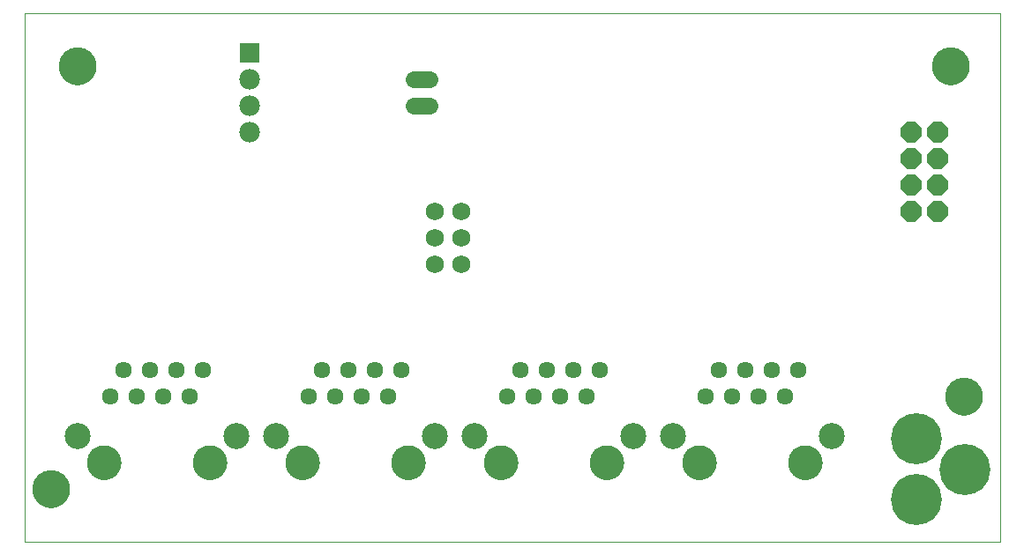
<source format=gbs>
G75*
%MOIN*%
%OFA0B0*%
%FSLAX25Y25*%
%IPPOS*%
%LPD*%
%AMOC8*
5,1,8,0,0,1.08239X$1,22.5*
%
%ADD10C,0.00000*%
%ADD11C,0.14180*%
%ADD12C,0.06800*%
%ADD13C,0.06400*%
%ADD14C,0.06337*%
%ADD15C,0.09849*%
%ADD16C,0.12998*%
%ADD17C,0.19298*%
%ADD18OC8,0.07800*%
%ADD19R,0.07800X0.07800*%
%ADD20C,0.07800*%
D10*
X0006300Y0016250D02*
X0006300Y0216211D01*
X0375001Y0216211D01*
X0375001Y0016250D01*
X0006300Y0016250D01*
X0009410Y0036250D02*
X0009412Y0036419D01*
X0009418Y0036588D01*
X0009429Y0036757D01*
X0009443Y0036925D01*
X0009462Y0037093D01*
X0009485Y0037261D01*
X0009511Y0037428D01*
X0009542Y0037594D01*
X0009577Y0037760D01*
X0009616Y0037924D01*
X0009660Y0038088D01*
X0009707Y0038250D01*
X0009758Y0038411D01*
X0009813Y0038571D01*
X0009872Y0038730D01*
X0009934Y0038887D01*
X0010001Y0039042D01*
X0010072Y0039196D01*
X0010146Y0039348D01*
X0010224Y0039498D01*
X0010305Y0039646D01*
X0010390Y0039792D01*
X0010479Y0039936D01*
X0010571Y0040078D01*
X0010667Y0040217D01*
X0010766Y0040354D01*
X0010868Y0040489D01*
X0010974Y0040621D01*
X0011083Y0040750D01*
X0011195Y0040877D01*
X0011310Y0041001D01*
X0011428Y0041122D01*
X0011549Y0041240D01*
X0011673Y0041355D01*
X0011800Y0041467D01*
X0011929Y0041576D01*
X0012061Y0041682D01*
X0012196Y0041784D01*
X0012333Y0041883D01*
X0012472Y0041979D01*
X0012614Y0042071D01*
X0012758Y0042160D01*
X0012904Y0042245D01*
X0013052Y0042326D01*
X0013202Y0042404D01*
X0013354Y0042478D01*
X0013508Y0042549D01*
X0013663Y0042616D01*
X0013820Y0042678D01*
X0013979Y0042737D01*
X0014139Y0042792D01*
X0014300Y0042843D01*
X0014462Y0042890D01*
X0014626Y0042934D01*
X0014790Y0042973D01*
X0014956Y0043008D01*
X0015122Y0043039D01*
X0015289Y0043065D01*
X0015457Y0043088D01*
X0015625Y0043107D01*
X0015793Y0043121D01*
X0015962Y0043132D01*
X0016131Y0043138D01*
X0016300Y0043140D01*
X0016469Y0043138D01*
X0016638Y0043132D01*
X0016807Y0043121D01*
X0016975Y0043107D01*
X0017143Y0043088D01*
X0017311Y0043065D01*
X0017478Y0043039D01*
X0017644Y0043008D01*
X0017810Y0042973D01*
X0017974Y0042934D01*
X0018138Y0042890D01*
X0018300Y0042843D01*
X0018461Y0042792D01*
X0018621Y0042737D01*
X0018780Y0042678D01*
X0018937Y0042616D01*
X0019092Y0042549D01*
X0019246Y0042478D01*
X0019398Y0042404D01*
X0019548Y0042326D01*
X0019696Y0042245D01*
X0019842Y0042160D01*
X0019986Y0042071D01*
X0020128Y0041979D01*
X0020267Y0041883D01*
X0020404Y0041784D01*
X0020539Y0041682D01*
X0020671Y0041576D01*
X0020800Y0041467D01*
X0020927Y0041355D01*
X0021051Y0041240D01*
X0021172Y0041122D01*
X0021290Y0041001D01*
X0021405Y0040877D01*
X0021517Y0040750D01*
X0021626Y0040621D01*
X0021732Y0040489D01*
X0021834Y0040354D01*
X0021933Y0040217D01*
X0022029Y0040078D01*
X0022121Y0039936D01*
X0022210Y0039792D01*
X0022295Y0039646D01*
X0022376Y0039498D01*
X0022454Y0039348D01*
X0022528Y0039196D01*
X0022599Y0039042D01*
X0022666Y0038887D01*
X0022728Y0038730D01*
X0022787Y0038571D01*
X0022842Y0038411D01*
X0022893Y0038250D01*
X0022940Y0038088D01*
X0022984Y0037924D01*
X0023023Y0037760D01*
X0023058Y0037594D01*
X0023089Y0037428D01*
X0023115Y0037261D01*
X0023138Y0037093D01*
X0023157Y0036925D01*
X0023171Y0036757D01*
X0023182Y0036588D01*
X0023188Y0036419D01*
X0023190Y0036250D01*
X0023188Y0036081D01*
X0023182Y0035912D01*
X0023171Y0035743D01*
X0023157Y0035575D01*
X0023138Y0035407D01*
X0023115Y0035239D01*
X0023089Y0035072D01*
X0023058Y0034906D01*
X0023023Y0034740D01*
X0022984Y0034576D01*
X0022940Y0034412D01*
X0022893Y0034250D01*
X0022842Y0034089D01*
X0022787Y0033929D01*
X0022728Y0033770D01*
X0022666Y0033613D01*
X0022599Y0033458D01*
X0022528Y0033304D01*
X0022454Y0033152D01*
X0022376Y0033002D01*
X0022295Y0032854D01*
X0022210Y0032708D01*
X0022121Y0032564D01*
X0022029Y0032422D01*
X0021933Y0032283D01*
X0021834Y0032146D01*
X0021732Y0032011D01*
X0021626Y0031879D01*
X0021517Y0031750D01*
X0021405Y0031623D01*
X0021290Y0031499D01*
X0021172Y0031378D01*
X0021051Y0031260D01*
X0020927Y0031145D01*
X0020800Y0031033D01*
X0020671Y0030924D01*
X0020539Y0030818D01*
X0020404Y0030716D01*
X0020267Y0030617D01*
X0020128Y0030521D01*
X0019986Y0030429D01*
X0019842Y0030340D01*
X0019696Y0030255D01*
X0019548Y0030174D01*
X0019398Y0030096D01*
X0019246Y0030022D01*
X0019092Y0029951D01*
X0018937Y0029884D01*
X0018780Y0029822D01*
X0018621Y0029763D01*
X0018461Y0029708D01*
X0018300Y0029657D01*
X0018138Y0029610D01*
X0017974Y0029566D01*
X0017810Y0029527D01*
X0017644Y0029492D01*
X0017478Y0029461D01*
X0017311Y0029435D01*
X0017143Y0029412D01*
X0016975Y0029393D01*
X0016807Y0029379D01*
X0016638Y0029368D01*
X0016469Y0029362D01*
X0016300Y0029360D01*
X0016131Y0029362D01*
X0015962Y0029368D01*
X0015793Y0029379D01*
X0015625Y0029393D01*
X0015457Y0029412D01*
X0015289Y0029435D01*
X0015122Y0029461D01*
X0014956Y0029492D01*
X0014790Y0029527D01*
X0014626Y0029566D01*
X0014462Y0029610D01*
X0014300Y0029657D01*
X0014139Y0029708D01*
X0013979Y0029763D01*
X0013820Y0029822D01*
X0013663Y0029884D01*
X0013508Y0029951D01*
X0013354Y0030022D01*
X0013202Y0030096D01*
X0013052Y0030174D01*
X0012904Y0030255D01*
X0012758Y0030340D01*
X0012614Y0030429D01*
X0012472Y0030521D01*
X0012333Y0030617D01*
X0012196Y0030716D01*
X0012061Y0030818D01*
X0011929Y0030924D01*
X0011800Y0031033D01*
X0011673Y0031145D01*
X0011549Y0031260D01*
X0011428Y0031378D01*
X0011310Y0031499D01*
X0011195Y0031623D01*
X0011083Y0031750D01*
X0010974Y0031879D01*
X0010868Y0032011D01*
X0010766Y0032146D01*
X0010667Y0032283D01*
X0010571Y0032422D01*
X0010479Y0032564D01*
X0010390Y0032708D01*
X0010305Y0032854D01*
X0010224Y0033002D01*
X0010146Y0033152D01*
X0010072Y0033304D01*
X0010001Y0033458D01*
X0009934Y0033613D01*
X0009872Y0033770D01*
X0009813Y0033929D01*
X0009758Y0034089D01*
X0009707Y0034250D01*
X0009660Y0034412D01*
X0009616Y0034576D01*
X0009577Y0034740D01*
X0009542Y0034906D01*
X0009511Y0035072D01*
X0009485Y0035239D01*
X0009462Y0035407D01*
X0009443Y0035575D01*
X0009429Y0035743D01*
X0009418Y0035912D01*
X0009412Y0036081D01*
X0009410Y0036250D01*
X0030001Y0046250D02*
X0030003Y0046408D01*
X0030009Y0046566D01*
X0030019Y0046724D01*
X0030033Y0046882D01*
X0030051Y0047039D01*
X0030072Y0047196D01*
X0030098Y0047352D01*
X0030128Y0047508D01*
X0030161Y0047663D01*
X0030199Y0047816D01*
X0030240Y0047969D01*
X0030285Y0048121D01*
X0030334Y0048272D01*
X0030387Y0048421D01*
X0030443Y0048569D01*
X0030503Y0048715D01*
X0030567Y0048860D01*
X0030635Y0049003D01*
X0030706Y0049145D01*
X0030780Y0049285D01*
X0030858Y0049422D01*
X0030940Y0049558D01*
X0031024Y0049692D01*
X0031113Y0049823D01*
X0031204Y0049952D01*
X0031299Y0050079D01*
X0031396Y0050204D01*
X0031497Y0050326D01*
X0031601Y0050445D01*
X0031708Y0050562D01*
X0031818Y0050676D01*
X0031931Y0050787D01*
X0032046Y0050896D01*
X0032164Y0051001D01*
X0032285Y0051103D01*
X0032408Y0051203D01*
X0032534Y0051299D01*
X0032662Y0051392D01*
X0032792Y0051482D01*
X0032925Y0051568D01*
X0033060Y0051652D01*
X0033196Y0051731D01*
X0033335Y0051808D01*
X0033476Y0051880D01*
X0033618Y0051950D01*
X0033762Y0052015D01*
X0033908Y0052077D01*
X0034055Y0052135D01*
X0034204Y0052190D01*
X0034354Y0052241D01*
X0034505Y0052288D01*
X0034657Y0052331D01*
X0034810Y0052370D01*
X0034965Y0052406D01*
X0035120Y0052437D01*
X0035276Y0052465D01*
X0035432Y0052489D01*
X0035589Y0052509D01*
X0035747Y0052525D01*
X0035904Y0052537D01*
X0036063Y0052545D01*
X0036221Y0052549D01*
X0036379Y0052549D01*
X0036537Y0052545D01*
X0036696Y0052537D01*
X0036853Y0052525D01*
X0037011Y0052509D01*
X0037168Y0052489D01*
X0037324Y0052465D01*
X0037480Y0052437D01*
X0037635Y0052406D01*
X0037790Y0052370D01*
X0037943Y0052331D01*
X0038095Y0052288D01*
X0038246Y0052241D01*
X0038396Y0052190D01*
X0038545Y0052135D01*
X0038692Y0052077D01*
X0038838Y0052015D01*
X0038982Y0051950D01*
X0039124Y0051880D01*
X0039265Y0051808D01*
X0039404Y0051731D01*
X0039540Y0051652D01*
X0039675Y0051568D01*
X0039808Y0051482D01*
X0039938Y0051392D01*
X0040066Y0051299D01*
X0040192Y0051203D01*
X0040315Y0051103D01*
X0040436Y0051001D01*
X0040554Y0050896D01*
X0040669Y0050787D01*
X0040782Y0050676D01*
X0040892Y0050562D01*
X0040999Y0050445D01*
X0041103Y0050326D01*
X0041204Y0050204D01*
X0041301Y0050079D01*
X0041396Y0049952D01*
X0041487Y0049823D01*
X0041576Y0049692D01*
X0041660Y0049558D01*
X0041742Y0049422D01*
X0041820Y0049285D01*
X0041894Y0049145D01*
X0041965Y0049003D01*
X0042033Y0048860D01*
X0042097Y0048715D01*
X0042157Y0048569D01*
X0042213Y0048421D01*
X0042266Y0048272D01*
X0042315Y0048121D01*
X0042360Y0047969D01*
X0042401Y0047816D01*
X0042439Y0047663D01*
X0042472Y0047508D01*
X0042502Y0047352D01*
X0042528Y0047196D01*
X0042549Y0047039D01*
X0042567Y0046882D01*
X0042581Y0046724D01*
X0042591Y0046566D01*
X0042597Y0046408D01*
X0042599Y0046250D01*
X0042597Y0046092D01*
X0042591Y0045934D01*
X0042581Y0045776D01*
X0042567Y0045618D01*
X0042549Y0045461D01*
X0042528Y0045304D01*
X0042502Y0045148D01*
X0042472Y0044992D01*
X0042439Y0044837D01*
X0042401Y0044684D01*
X0042360Y0044531D01*
X0042315Y0044379D01*
X0042266Y0044228D01*
X0042213Y0044079D01*
X0042157Y0043931D01*
X0042097Y0043785D01*
X0042033Y0043640D01*
X0041965Y0043497D01*
X0041894Y0043355D01*
X0041820Y0043215D01*
X0041742Y0043078D01*
X0041660Y0042942D01*
X0041576Y0042808D01*
X0041487Y0042677D01*
X0041396Y0042548D01*
X0041301Y0042421D01*
X0041204Y0042296D01*
X0041103Y0042174D01*
X0040999Y0042055D01*
X0040892Y0041938D01*
X0040782Y0041824D01*
X0040669Y0041713D01*
X0040554Y0041604D01*
X0040436Y0041499D01*
X0040315Y0041397D01*
X0040192Y0041297D01*
X0040066Y0041201D01*
X0039938Y0041108D01*
X0039808Y0041018D01*
X0039675Y0040932D01*
X0039540Y0040848D01*
X0039404Y0040769D01*
X0039265Y0040692D01*
X0039124Y0040620D01*
X0038982Y0040550D01*
X0038838Y0040485D01*
X0038692Y0040423D01*
X0038545Y0040365D01*
X0038396Y0040310D01*
X0038246Y0040259D01*
X0038095Y0040212D01*
X0037943Y0040169D01*
X0037790Y0040130D01*
X0037635Y0040094D01*
X0037480Y0040063D01*
X0037324Y0040035D01*
X0037168Y0040011D01*
X0037011Y0039991D01*
X0036853Y0039975D01*
X0036696Y0039963D01*
X0036537Y0039955D01*
X0036379Y0039951D01*
X0036221Y0039951D01*
X0036063Y0039955D01*
X0035904Y0039963D01*
X0035747Y0039975D01*
X0035589Y0039991D01*
X0035432Y0040011D01*
X0035276Y0040035D01*
X0035120Y0040063D01*
X0034965Y0040094D01*
X0034810Y0040130D01*
X0034657Y0040169D01*
X0034505Y0040212D01*
X0034354Y0040259D01*
X0034204Y0040310D01*
X0034055Y0040365D01*
X0033908Y0040423D01*
X0033762Y0040485D01*
X0033618Y0040550D01*
X0033476Y0040620D01*
X0033335Y0040692D01*
X0033196Y0040769D01*
X0033060Y0040848D01*
X0032925Y0040932D01*
X0032792Y0041018D01*
X0032662Y0041108D01*
X0032534Y0041201D01*
X0032408Y0041297D01*
X0032285Y0041397D01*
X0032164Y0041499D01*
X0032046Y0041604D01*
X0031931Y0041713D01*
X0031818Y0041824D01*
X0031708Y0041938D01*
X0031601Y0042055D01*
X0031497Y0042174D01*
X0031396Y0042296D01*
X0031299Y0042421D01*
X0031204Y0042548D01*
X0031113Y0042677D01*
X0031024Y0042808D01*
X0030940Y0042942D01*
X0030858Y0043078D01*
X0030780Y0043215D01*
X0030706Y0043355D01*
X0030635Y0043497D01*
X0030567Y0043640D01*
X0030503Y0043785D01*
X0030443Y0043931D01*
X0030387Y0044079D01*
X0030334Y0044228D01*
X0030285Y0044379D01*
X0030240Y0044531D01*
X0030199Y0044684D01*
X0030161Y0044837D01*
X0030128Y0044992D01*
X0030098Y0045148D01*
X0030072Y0045304D01*
X0030051Y0045461D01*
X0030033Y0045618D01*
X0030019Y0045776D01*
X0030009Y0045934D01*
X0030003Y0046092D01*
X0030001Y0046250D01*
X0070001Y0046250D02*
X0070003Y0046408D01*
X0070009Y0046566D01*
X0070019Y0046724D01*
X0070033Y0046882D01*
X0070051Y0047039D01*
X0070072Y0047196D01*
X0070098Y0047352D01*
X0070128Y0047508D01*
X0070161Y0047663D01*
X0070199Y0047816D01*
X0070240Y0047969D01*
X0070285Y0048121D01*
X0070334Y0048272D01*
X0070387Y0048421D01*
X0070443Y0048569D01*
X0070503Y0048715D01*
X0070567Y0048860D01*
X0070635Y0049003D01*
X0070706Y0049145D01*
X0070780Y0049285D01*
X0070858Y0049422D01*
X0070940Y0049558D01*
X0071024Y0049692D01*
X0071113Y0049823D01*
X0071204Y0049952D01*
X0071299Y0050079D01*
X0071396Y0050204D01*
X0071497Y0050326D01*
X0071601Y0050445D01*
X0071708Y0050562D01*
X0071818Y0050676D01*
X0071931Y0050787D01*
X0072046Y0050896D01*
X0072164Y0051001D01*
X0072285Y0051103D01*
X0072408Y0051203D01*
X0072534Y0051299D01*
X0072662Y0051392D01*
X0072792Y0051482D01*
X0072925Y0051568D01*
X0073060Y0051652D01*
X0073196Y0051731D01*
X0073335Y0051808D01*
X0073476Y0051880D01*
X0073618Y0051950D01*
X0073762Y0052015D01*
X0073908Y0052077D01*
X0074055Y0052135D01*
X0074204Y0052190D01*
X0074354Y0052241D01*
X0074505Y0052288D01*
X0074657Y0052331D01*
X0074810Y0052370D01*
X0074965Y0052406D01*
X0075120Y0052437D01*
X0075276Y0052465D01*
X0075432Y0052489D01*
X0075589Y0052509D01*
X0075747Y0052525D01*
X0075904Y0052537D01*
X0076063Y0052545D01*
X0076221Y0052549D01*
X0076379Y0052549D01*
X0076537Y0052545D01*
X0076696Y0052537D01*
X0076853Y0052525D01*
X0077011Y0052509D01*
X0077168Y0052489D01*
X0077324Y0052465D01*
X0077480Y0052437D01*
X0077635Y0052406D01*
X0077790Y0052370D01*
X0077943Y0052331D01*
X0078095Y0052288D01*
X0078246Y0052241D01*
X0078396Y0052190D01*
X0078545Y0052135D01*
X0078692Y0052077D01*
X0078838Y0052015D01*
X0078982Y0051950D01*
X0079124Y0051880D01*
X0079265Y0051808D01*
X0079404Y0051731D01*
X0079540Y0051652D01*
X0079675Y0051568D01*
X0079808Y0051482D01*
X0079938Y0051392D01*
X0080066Y0051299D01*
X0080192Y0051203D01*
X0080315Y0051103D01*
X0080436Y0051001D01*
X0080554Y0050896D01*
X0080669Y0050787D01*
X0080782Y0050676D01*
X0080892Y0050562D01*
X0080999Y0050445D01*
X0081103Y0050326D01*
X0081204Y0050204D01*
X0081301Y0050079D01*
X0081396Y0049952D01*
X0081487Y0049823D01*
X0081576Y0049692D01*
X0081660Y0049558D01*
X0081742Y0049422D01*
X0081820Y0049285D01*
X0081894Y0049145D01*
X0081965Y0049003D01*
X0082033Y0048860D01*
X0082097Y0048715D01*
X0082157Y0048569D01*
X0082213Y0048421D01*
X0082266Y0048272D01*
X0082315Y0048121D01*
X0082360Y0047969D01*
X0082401Y0047816D01*
X0082439Y0047663D01*
X0082472Y0047508D01*
X0082502Y0047352D01*
X0082528Y0047196D01*
X0082549Y0047039D01*
X0082567Y0046882D01*
X0082581Y0046724D01*
X0082591Y0046566D01*
X0082597Y0046408D01*
X0082599Y0046250D01*
X0082597Y0046092D01*
X0082591Y0045934D01*
X0082581Y0045776D01*
X0082567Y0045618D01*
X0082549Y0045461D01*
X0082528Y0045304D01*
X0082502Y0045148D01*
X0082472Y0044992D01*
X0082439Y0044837D01*
X0082401Y0044684D01*
X0082360Y0044531D01*
X0082315Y0044379D01*
X0082266Y0044228D01*
X0082213Y0044079D01*
X0082157Y0043931D01*
X0082097Y0043785D01*
X0082033Y0043640D01*
X0081965Y0043497D01*
X0081894Y0043355D01*
X0081820Y0043215D01*
X0081742Y0043078D01*
X0081660Y0042942D01*
X0081576Y0042808D01*
X0081487Y0042677D01*
X0081396Y0042548D01*
X0081301Y0042421D01*
X0081204Y0042296D01*
X0081103Y0042174D01*
X0080999Y0042055D01*
X0080892Y0041938D01*
X0080782Y0041824D01*
X0080669Y0041713D01*
X0080554Y0041604D01*
X0080436Y0041499D01*
X0080315Y0041397D01*
X0080192Y0041297D01*
X0080066Y0041201D01*
X0079938Y0041108D01*
X0079808Y0041018D01*
X0079675Y0040932D01*
X0079540Y0040848D01*
X0079404Y0040769D01*
X0079265Y0040692D01*
X0079124Y0040620D01*
X0078982Y0040550D01*
X0078838Y0040485D01*
X0078692Y0040423D01*
X0078545Y0040365D01*
X0078396Y0040310D01*
X0078246Y0040259D01*
X0078095Y0040212D01*
X0077943Y0040169D01*
X0077790Y0040130D01*
X0077635Y0040094D01*
X0077480Y0040063D01*
X0077324Y0040035D01*
X0077168Y0040011D01*
X0077011Y0039991D01*
X0076853Y0039975D01*
X0076696Y0039963D01*
X0076537Y0039955D01*
X0076379Y0039951D01*
X0076221Y0039951D01*
X0076063Y0039955D01*
X0075904Y0039963D01*
X0075747Y0039975D01*
X0075589Y0039991D01*
X0075432Y0040011D01*
X0075276Y0040035D01*
X0075120Y0040063D01*
X0074965Y0040094D01*
X0074810Y0040130D01*
X0074657Y0040169D01*
X0074505Y0040212D01*
X0074354Y0040259D01*
X0074204Y0040310D01*
X0074055Y0040365D01*
X0073908Y0040423D01*
X0073762Y0040485D01*
X0073618Y0040550D01*
X0073476Y0040620D01*
X0073335Y0040692D01*
X0073196Y0040769D01*
X0073060Y0040848D01*
X0072925Y0040932D01*
X0072792Y0041018D01*
X0072662Y0041108D01*
X0072534Y0041201D01*
X0072408Y0041297D01*
X0072285Y0041397D01*
X0072164Y0041499D01*
X0072046Y0041604D01*
X0071931Y0041713D01*
X0071818Y0041824D01*
X0071708Y0041938D01*
X0071601Y0042055D01*
X0071497Y0042174D01*
X0071396Y0042296D01*
X0071299Y0042421D01*
X0071204Y0042548D01*
X0071113Y0042677D01*
X0071024Y0042808D01*
X0070940Y0042942D01*
X0070858Y0043078D01*
X0070780Y0043215D01*
X0070706Y0043355D01*
X0070635Y0043497D01*
X0070567Y0043640D01*
X0070503Y0043785D01*
X0070443Y0043931D01*
X0070387Y0044079D01*
X0070334Y0044228D01*
X0070285Y0044379D01*
X0070240Y0044531D01*
X0070199Y0044684D01*
X0070161Y0044837D01*
X0070128Y0044992D01*
X0070098Y0045148D01*
X0070072Y0045304D01*
X0070051Y0045461D01*
X0070033Y0045618D01*
X0070019Y0045776D01*
X0070009Y0045934D01*
X0070003Y0046092D01*
X0070001Y0046250D01*
X0105001Y0046250D02*
X0105003Y0046408D01*
X0105009Y0046566D01*
X0105019Y0046724D01*
X0105033Y0046882D01*
X0105051Y0047039D01*
X0105072Y0047196D01*
X0105098Y0047352D01*
X0105128Y0047508D01*
X0105161Y0047663D01*
X0105199Y0047816D01*
X0105240Y0047969D01*
X0105285Y0048121D01*
X0105334Y0048272D01*
X0105387Y0048421D01*
X0105443Y0048569D01*
X0105503Y0048715D01*
X0105567Y0048860D01*
X0105635Y0049003D01*
X0105706Y0049145D01*
X0105780Y0049285D01*
X0105858Y0049422D01*
X0105940Y0049558D01*
X0106024Y0049692D01*
X0106113Y0049823D01*
X0106204Y0049952D01*
X0106299Y0050079D01*
X0106396Y0050204D01*
X0106497Y0050326D01*
X0106601Y0050445D01*
X0106708Y0050562D01*
X0106818Y0050676D01*
X0106931Y0050787D01*
X0107046Y0050896D01*
X0107164Y0051001D01*
X0107285Y0051103D01*
X0107408Y0051203D01*
X0107534Y0051299D01*
X0107662Y0051392D01*
X0107792Y0051482D01*
X0107925Y0051568D01*
X0108060Y0051652D01*
X0108196Y0051731D01*
X0108335Y0051808D01*
X0108476Y0051880D01*
X0108618Y0051950D01*
X0108762Y0052015D01*
X0108908Y0052077D01*
X0109055Y0052135D01*
X0109204Y0052190D01*
X0109354Y0052241D01*
X0109505Y0052288D01*
X0109657Y0052331D01*
X0109810Y0052370D01*
X0109965Y0052406D01*
X0110120Y0052437D01*
X0110276Y0052465D01*
X0110432Y0052489D01*
X0110589Y0052509D01*
X0110747Y0052525D01*
X0110904Y0052537D01*
X0111063Y0052545D01*
X0111221Y0052549D01*
X0111379Y0052549D01*
X0111537Y0052545D01*
X0111696Y0052537D01*
X0111853Y0052525D01*
X0112011Y0052509D01*
X0112168Y0052489D01*
X0112324Y0052465D01*
X0112480Y0052437D01*
X0112635Y0052406D01*
X0112790Y0052370D01*
X0112943Y0052331D01*
X0113095Y0052288D01*
X0113246Y0052241D01*
X0113396Y0052190D01*
X0113545Y0052135D01*
X0113692Y0052077D01*
X0113838Y0052015D01*
X0113982Y0051950D01*
X0114124Y0051880D01*
X0114265Y0051808D01*
X0114404Y0051731D01*
X0114540Y0051652D01*
X0114675Y0051568D01*
X0114808Y0051482D01*
X0114938Y0051392D01*
X0115066Y0051299D01*
X0115192Y0051203D01*
X0115315Y0051103D01*
X0115436Y0051001D01*
X0115554Y0050896D01*
X0115669Y0050787D01*
X0115782Y0050676D01*
X0115892Y0050562D01*
X0115999Y0050445D01*
X0116103Y0050326D01*
X0116204Y0050204D01*
X0116301Y0050079D01*
X0116396Y0049952D01*
X0116487Y0049823D01*
X0116576Y0049692D01*
X0116660Y0049558D01*
X0116742Y0049422D01*
X0116820Y0049285D01*
X0116894Y0049145D01*
X0116965Y0049003D01*
X0117033Y0048860D01*
X0117097Y0048715D01*
X0117157Y0048569D01*
X0117213Y0048421D01*
X0117266Y0048272D01*
X0117315Y0048121D01*
X0117360Y0047969D01*
X0117401Y0047816D01*
X0117439Y0047663D01*
X0117472Y0047508D01*
X0117502Y0047352D01*
X0117528Y0047196D01*
X0117549Y0047039D01*
X0117567Y0046882D01*
X0117581Y0046724D01*
X0117591Y0046566D01*
X0117597Y0046408D01*
X0117599Y0046250D01*
X0117597Y0046092D01*
X0117591Y0045934D01*
X0117581Y0045776D01*
X0117567Y0045618D01*
X0117549Y0045461D01*
X0117528Y0045304D01*
X0117502Y0045148D01*
X0117472Y0044992D01*
X0117439Y0044837D01*
X0117401Y0044684D01*
X0117360Y0044531D01*
X0117315Y0044379D01*
X0117266Y0044228D01*
X0117213Y0044079D01*
X0117157Y0043931D01*
X0117097Y0043785D01*
X0117033Y0043640D01*
X0116965Y0043497D01*
X0116894Y0043355D01*
X0116820Y0043215D01*
X0116742Y0043078D01*
X0116660Y0042942D01*
X0116576Y0042808D01*
X0116487Y0042677D01*
X0116396Y0042548D01*
X0116301Y0042421D01*
X0116204Y0042296D01*
X0116103Y0042174D01*
X0115999Y0042055D01*
X0115892Y0041938D01*
X0115782Y0041824D01*
X0115669Y0041713D01*
X0115554Y0041604D01*
X0115436Y0041499D01*
X0115315Y0041397D01*
X0115192Y0041297D01*
X0115066Y0041201D01*
X0114938Y0041108D01*
X0114808Y0041018D01*
X0114675Y0040932D01*
X0114540Y0040848D01*
X0114404Y0040769D01*
X0114265Y0040692D01*
X0114124Y0040620D01*
X0113982Y0040550D01*
X0113838Y0040485D01*
X0113692Y0040423D01*
X0113545Y0040365D01*
X0113396Y0040310D01*
X0113246Y0040259D01*
X0113095Y0040212D01*
X0112943Y0040169D01*
X0112790Y0040130D01*
X0112635Y0040094D01*
X0112480Y0040063D01*
X0112324Y0040035D01*
X0112168Y0040011D01*
X0112011Y0039991D01*
X0111853Y0039975D01*
X0111696Y0039963D01*
X0111537Y0039955D01*
X0111379Y0039951D01*
X0111221Y0039951D01*
X0111063Y0039955D01*
X0110904Y0039963D01*
X0110747Y0039975D01*
X0110589Y0039991D01*
X0110432Y0040011D01*
X0110276Y0040035D01*
X0110120Y0040063D01*
X0109965Y0040094D01*
X0109810Y0040130D01*
X0109657Y0040169D01*
X0109505Y0040212D01*
X0109354Y0040259D01*
X0109204Y0040310D01*
X0109055Y0040365D01*
X0108908Y0040423D01*
X0108762Y0040485D01*
X0108618Y0040550D01*
X0108476Y0040620D01*
X0108335Y0040692D01*
X0108196Y0040769D01*
X0108060Y0040848D01*
X0107925Y0040932D01*
X0107792Y0041018D01*
X0107662Y0041108D01*
X0107534Y0041201D01*
X0107408Y0041297D01*
X0107285Y0041397D01*
X0107164Y0041499D01*
X0107046Y0041604D01*
X0106931Y0041713D01*
X0106818Y0041824D01*
X0106708Y0041938D01*
X0106601Y0042055D01*
X0106497Y0042174D01*
X0106396Y0042296D01*
X0106299Y0042421D01*
X0106204Y0042548D01*
X0106113Y0042677D01*
X0106024Y0042808D01*
X0105940Y0042942D01*
X0105858Y0043078D01*
X0105780Y0043215D01*
X0105706Y0043355D01*
X0105635Y0043497D01*
X0105567Y0043640D01*
X0105503Y0043785D01*
X0105443Y0043931D01*
X0105387Y0044079D01*
X0105334Y0044228D01*
X0105285Y0044379D01*
X0105240Y0044531D01*
X0105199Y0044684D01*
X0105161Y0044837D01*
X0105128Y0044992D01*
X0105098Y0045148D01*
X0105072Y0045304D01*
X0105051Y0045461D01*
X0105033Y0045618D01*
X0105019Y0045776D01*
X0105009Y0045934D01*
X0105003Y0046092D01*
X0105001Y0046250D01*
X0145001Y0046250D02*
X0145003Y0046408D01*
X0145009Y0046566D01*
X0145019Y0046724D01*
X0145033Y0046882D01*
X0145051Y0047039D01*
X0145072Y0047196D01*
X0145098Y0047352D01*
X0145128Y0047508D01*
X0145161Y0047663D01*
X0145199Y0047816D01*
X0145240Y0047969D01*
X0145285Y0048121D01*
X0145334Y0048272D01*
X0145387Y0048421D01*
X0145443Y0048569D01*
X0145503Y0048715D01*
X0145567Y0048860D01*
X0145635Y0049003D01*
X0145706Y0049145D01*
X0145780Y0049285D01*
X0145858Y0049422D01*
X0145940Y0049558D01*
X0146024Y0049692D01*
X0146113Y0049823D01*
X0146204Y0049952D01*
X0146299Y0050079D01*
X0146396Y0050204D01*
X0146497Y0050326D01*
X0146601Y0050445D01*
X0146708Y0050562D01*
X0146818Y0050676D01*
X0146931Y0050787D01*
X0147046Y0050896D01*
X0147164Y0051001D01*
X0147285Y0051103D01*
X0147408Y0051203D01*
X0147534Y0051299D01*
X0147662Y0051392D01*
X0147792Y0051482D01*
X0147925Y0051568D01*
X0148060Y0051652D01*
X0148196Y0051731D01*
X0148335Y0051808D01*
X0148476Y0051880D01*
X0148618Y0051950D01*
X0148762Y0052015D01*
X0148908Y0052077D01*
X0149055Y0052135D01*
X0149204Y0052190D01*
X0149354Y0052241D01*
X0149505Y0052288D01*
X0149657Y0052331D01*
X0149810Y0052370D01*
X0149965Y0052406D01*
X0150120Y0052437D01*
X0150276Y0052465D01*
X0150432Y0052489D01*
X0150589Y0052509D01*
X0150747Y0052525D01*
X0150904Y0052537D01*
X0151063Y0052545D01*
X0151221Y0052549D01*
X0151379Y0052549D01*
X0151537Y0052545D01*
X0151696Y0052537D01*
X0151853Y0052525D01*
X0152011Y0052509D01*
X0152168Y0052489D01*
X0152324Y0052465D01*
X0152480Y0052437D01*
X0152635Y0052406D01*
X0152790Y0052370D01*
X0152943Y0052331D01*
X0153095Y0052288D01*
X0153246Y0052241D01*
X0153396Y0052190D01*
X0153545Y0052135D01*
X0153692Y0052077D01*
X0153838Y0052015D01*
X0153982Y0051950D01*
X0154124Y0051880D01*
X0154265Y0051808D01*
X0154404Y0051731D01*
X0154540Y0051652D01*
X0154675Y0051568D01*
X0154808Y0051482D01*
X0154938Y0051392D01*
X0155066Y0051299D01*
X0155192Y0051203D01*
X0155315Y0051103D01*
X0155436Y0051001D01*
X0155554Y0050896D01*
X0155669Y0050787D01*
X0155782Y0050676D01*
X0155892Y0050562D01*
X0155999Y0050445D01*
X0156103Y0050326D01*
X0156204Y0050204D01*
X0156301Y0050079D01*
X0156396Y0049952D01*
X0156487Y0049823D01*
X0156576Y0049692D01*
X0156660Y0049558D01*
X0156742Y0049422D01*
X0156820Y0049285D01*
X0156894Y0049145D01*
X0156965Y0049003D01*
X0157033Y0048860D01*
X0157097Y0048715D01*
X0157157Y0048569D01*
X0157213Y0048421D01*
X0157266Y0048272D01*
X0157315Y0048121D01*
X0157360Y0047969D01*
X0157401Y0047816D01*
X0157439Y0047663D01*
X0157472Y0047508D01*
X0157502Y0047352D01*
X0157528Y0047196D01*
X0157549Y0047039D01*
X0157567Y0046882D01*
X0157581Y0046724D01*
X0157591Y0046566D01*
X0157597Y0046408D01*
X0157599Y0046250D01*
X0157597Y0046092D01*
X0157591Y0045934D01*
X0157581Y0045776D01*
X0157567Y0045618D01*
X0157549Y0045461D01*
X0157528Y0045304D01*
X0157502Y0045148D01*
X0157472Y0044992D01*
X0157439Y0044837D01*
X0157401Y0044684D01*
X0157360Y0044531D01*
X0157315Y0044379D01*
X0157266Y0044228D01*
X0157213Y0044079D01*
X0157157Y0043931D01*
X0157097Y0043785D01*
X0157033Y0043640D01*
X0156965Y0043497D01*
X0156894Y0043355D01*
X0156820Y0043215D01*
X0156742Y0043078D01*
X0156660Y0042942D01*
X0156576Y0042808D01*
X0156487Y0042677D01*
X0156396Y0042548D01*
X0156301Y0042421D01*
X0156204Y0042296D01*
X0156103Y0042174D01*
X0155999Y0042055D01*
X0155892Y0041938D01*
X0155782Y0041824D01*
X0155669Y0041713D01*
X0155554Y0041604D01*
X0155436Y0041499D01*
X0155315Y0041397D01*
X0155192Y0041297D01*
X0155066Y0041201D01*
X0154938Y0041108D01*
X0154808Y0041018D01*
X0154675Y0040932D01*
X0154540Y0040848D01*
X0154404Y0040769D01*
X0154265Y0040692D01*
X0154124Y0040620D01*
X0153982Y0040550D01*
X0153838Y0040485D01*
X0153692Y0040423D01*
X0153545Y0040365D01*
X0153396Y0040310D01*
X0153246Y0040259D01*
X0153095Y0040212D01*
X0152943Y0040169D01*
X0152790Y0040130D01*
X0152635Y0040094D01*
X0152480Y0040063D01*
X0152324Y0040035D01*
X0152168Y0040011D01*
X0152011Y0039991D01*
X0151853Y0039975D01*
X0151696Y0039963D01*
X0151537Y0039955D01*
X0151379Y0039951D01*
X0151221Y0039951D01*
X0151063Y0039955D01*
X0150904Y0039963D01*
X0150747Y0039975D01*
X0150589Y0039991D01*
X0150432Y0040011D01*
X0150276Y0040035D01*
X0150120Y0040063D01*
X0149965Y0040094D01*
X0149810Y0040130D01*
X0149657Y0040169D01*
X0149505Y0040212D01*
X0149354Y0040259D01*
X0149204Y0040310D01*
X0149055Y0040365D01*
X0148908Y0040423D01*
X0148762Y0040485D01*
X0148618Y0040550D01*
X0148476Y0040620D01*
X0148335Y0040692D01*
X0148196Y0040769D01*
X0148060Y0040848D01*
X0147925Y0040932D01*
X0147792Y0041018D01*
X0147662Y0041108D01*
X0147534Y0041201D01*
X0147408Y0041297D01*
X0147285Y0041397D01*
X0147164Y0041499D01*
X0147046Y0041604D01*
X0146931Y0041713D01*
X0146818Y0041824D01*
X0146708Y0041938D01*
X0146601Y0042055D01*
X0146497Y0042174D01*
X0146396Y0042296D01*
X0146299Y0042421D01*
X0146204Y0042548D01*
X0146113Y0042677D01*
X0146024Y0042808D01*
X0145940Y0042942D01*
X0145858Y0043078D01*
X0145780Y0043215D01*
X0145706Y0043355D01*
X0145635Y0043497D01*
X0145567Y0043640D01*
X0145503Y0043785D01*
X0145443Y0043931D01*
X0145387Y0044079D01*
X0145334Y0044228D01*
X0145285Y0044379D01*
X0145240Y0044531D01*
X0145199Y0044684D01*
X0145161Y0044837D01*
X0145128Y0044992D01*
X0145098Y0045148D01*
X0145072Y0045304D01*
X0145051Y0045461D01*
X0145033Y0045618D01*
X0145019Y0045776D01*
X0145009Y0045934D01*
X0145003Y0046092D01*
X0145001Y0046250D01*
X0180001Y0046250D02*
X0180003Y0046408D01*
X0180009Y0046566D01*
X0180019Y0046724D01*
X0180033Y0046882D01*
X0180051Y0047039D01*
X0180072Y0047196D01*
X0180098Y0047352D01*
X0180128Y0047508D01*
X0180161Y0047663D01*
X0180199Y0047816D01*
X0180240Y0047969D01*
X0180285Y0048121D01*
X0180334Y0048272D01*
X0180387Y0048421D01*
X0180443Y0048569D01*
X0180503Y0048715D01*
X0180567Y0048860D01*
X0180635Y0049003D01*
X0180706Y0049145D01*
X0180780Y0049285D01*
X0180858Y0049422D01*
X0180940Y0049558D01*
X0181024Y0049692D01*
X0181113Y0049823D01*
X0181204Y0049952D01*
X0181299Y0050079D01*
X0181396Y0050204D01*
X0181497Y0050326D01*
X0181601Y0050445D01*
X0181708Y0050562D01*
X0181818Y0050676D01*
X0181931Y0050787D01*
X0182046Y0050896D01*
X0182164Y0051001D01*
X0182285Y0051103D01*
X0182408Y0051203D01*
X0182534Y0051299D01*
X0182662Y0051392D01*
X0182792Y0051482D01*
X0182925Y0051568D01*
X0183060Y0051652D01*
X0183196Y0051731D01*
X0183335Y0051808D01*
X0183476Y0051880D01*
X0183618Y0051950D01*
X0183762Y0052015D01*
X0183908Y0052077D01*
X0184055Y0052135D01*
X0184204Y0052190D01*
X0184354Y0052241D01*
X0184505Y0052288D01*
X0184657Y0052331D01*
X0184810Y0052370D01*
X0184965Y0052406D01*
X0185120Y0052437D01*
X0185276Y0052465D01*
X0185432Y0052489D01*
X0185589Y0052509D01*
X0185747Y0052525D01*
X0185904Y0052537D01*
X0186063Y0052545D01*
X0186221Y0052549D01*
X0186379Y0052549D01*
X0186537Y0052545D01*
X0186696Y0052537D01*
X0186853Y0052525D01*
X0187011Y0052509D01*
X0187168Y0052489D01*
X0187324Y0052465D01*
X0187480Y0052437D01*
X0187635Y0052406D01*
X0187790Y0052370D01*
X0187943Y0052331D01*
X0188095Y0052288D01*
X0188246Y0052241D01*
X0188396Y0052190D01*
X0188545Y0052135D01*
X0188692Y0052077D01*
X0188838Y0052015D01*
X0188982Y0051950D01*
X0189124Y0051880D01*
X0189265Y0051808D01*
X0189404Y0051731D01*
X0189540Y0051652D01*
X0189675Y0051568D01*
X0189808Y0051482D01*
X0189938Y0051392D01*
X0190066Y0051299D01*
X0190192Y0051203D01*
X0190315Y0051103D01*
X0190436Y0051001D01*
X0190554Y0050896D01*
X0190669Y0050787D01*
X0190782Y0050676D01*
X0190892Y0050562D01*
X0190999Y0050445D01*
X0191103Y0050326D01*
X0191204Y0050204D01*
X0191301Y0050079D01*
X0191396Y0049952D01*
X0191487Y0049823D01*
X0191576Y0049692D01*
X0191660Y0049558D01*
X0191742Y0049422D01*
X0191820Y0049285D01*
X0191894Y0049145D01*
X0191965Y0049003D01*
X0192033Y0048860D01*
X0192097Y0048715D01*
X0192157Y0048569D01*
X0192213Y0048421D01*
X0192266Y0048272D01*
X0192315Y0048121D01*
X0192360Y0047969D01*
X0192401Y0047816D01*
X0192439Y0047663D01*
X0192472Y0047508D01*
X0192502Y0047352D01*
X0192528Y0047196D01*
X0192549Y0047039D01*
X0192567Y0046882D01*
X0192581Y0046724D01*
X0192591Y0046566D01*
X0192597Y0046408D01*
X0192599Y0046250D01*
X0192597Y0046092D01*
X0192591Y0045934D01*
X0192581Y0045776D01*
X0192567Y0045618D01*
X0192549Y0045461D01*
X0192528Y0045304D01*
X0192502Y0045148D01*
X0192472Y0044992D01*
X0192439Y0044837D01*
X0192401Y0044684D01*
X0192360Y0044531D01*
X0192315Y0044379D01*
X0192266Y0044228D01*
X0192213Y0044079D01*
X0192157Y0043931D01*
X0192097Y0043785D01*
X0192033Y0043640D01*
X0191965Y0043497D01*
X0191894Y0043355D01*
X0191820Y0043215D01*
X0191742Y0043078D01*
X0191660Y0042942D01*
X0191576Y0042808D01*
X0191487Y0042677D01*
X0191396Y0042548D01*
X0191301Y0042421D01*
X0191204Y0042296D01*
X0191103Y0042174D01*
X0190999Y0042055D01*
X0190892Y0041938D01*
X0190782Y0041824D01*
X0190669Y0041713D01*
X0190554Y0041604D01*
X0190436Y0041499D01*
X0190315Y0041397D01*
X0190192Y0041297D01*
X0190066Y0041201D01*
X0189938Y0041108D01*
X0189808Y0041018D01*
X0189675Y0040932D01*
X0189540Y0040848D01*
X0189404Y0040769D01*
X0189265Y0040692D01*
X0189124Y0040620D01*
X0188982Y0040550D01*
X0188838Y0040485D01*
X0188692Y0040423D01*
X0188545Y0040365D01*
X0188396Y0040310D01*
X0188246Y0040259D01*
X0188095Y0040212D01*
X0187943Y0040169D01*
X0187790Y0040130D01*
X0187635Y0040094D01*
X0187480Y0040063D01*
X0187324Y0040035D01*
X0187168Y0040011D01*
X0187011Y0039991D01*
X0186853Y0039975D01*
X0186696Y0039963D01*
X0186537Y0039955D01*
X0186379Y0039951D01*
X0186221Y0039951D01*
X0186063Y0039955D01*
X0185904Y0039963D01*
X0185747Y0039975D01*
X0185589Y0039991D01*
X0185432Y0040011D01*
X0185276Y0040035D01*
X0185120Y0040063D01*
X0184965Y0040094D01*
X0184810Y0040130D01*
X0184657Y0040169D01*
X0184505Y0040212D01*
X0184354Y0040259D01*
X0184204Y0040310D01*
X0184055Y0040365D01*
X0183908Y0040423D01*
X0183762Y0040485D01*
X0183618Y0040550D01*
X0183476Y0040620D01*
X0183335Y0040692D01*
X0183196Y0040769D01*
X0183060Y0040848D01*
X0182925Y0040932D01*
X0182792Y0041018D01*
X0182662Y0041108D01*
X0182534Y0041201D01*
X0182408Y0041297D01*
X0182285Y0041397D01*
X0182164Y0041499D01*
X0182046Y0041604D01*
X0181931Y0041713D01*
X0181818Y0041824D01*
X0181708Y0041938D01*
X0181601Y0042055D01*
X0181497Y0042174D01*
X0181396Y0042296D01*
X0181299Y0042421D01*
X0181204Y0042548D01*
X0181113Y0042677D01*
X0181024Y0042808D01*
X0180940Y0042942D01*
X0180858Y0043078D01*
X0180780Y0043215D01*
X0180706Y0043355D01*
X0180635Y0043497D01*
X0180567Y0043640D01*
X0180503Y0043785D01*
X0180443Y0043931D01*
X0180387Y0044079D01*
X0180334Y0044228D01*
X0180285Y0044379D01*
X0180240Y0044531D01*
X0180199Y0044684D01*
X0180161Y0044837D01*
X0180128Y0044992D01*
X0180098Y0045148D01*
X0180072Y0045304D01*
X0180051Y0045461D01*
X0180033Y0045618D01*
X0180019Y0045776D01*
X0180009Y0045934D01*
X0180003Y0046092D01*
X0180001Y0046250D01*
X0220001Y0046250D02*
X0220003Y0046408D01*
X0220009Y0046566D01*
X0220019Y0046724D01*
X0220033Y0046882D01*
X0220051Y0047039D01*
X0220072Y0047196D01*
X0220098Y0047352D01*
X0220128Y0047508D01*
X0220161Y0047663D01*
X0220199Y0047816D01*
X0220240Y0047969D01*
X0220285Y0048121D01*
X0220334Y0048272D01*
X0220387Y0048421D01*
X0220443Y0048569D01*
X0220503Y0048715D01*
X0220567Y0048860D01*
X0220635Y0049003D01*
X0220706Y0049145D01*
X0220780Y0049285D01*
X0220858Y0049422D01*
X0220940Y0049558D01*
X0221024Y0049692D01*
X0221113Y0049823D01*
X0221204Y0049952D01*
X0221299Y0050079D01*
X0221396Y0050204D01*
X0221497Y0050326D01*
X0221601Y0050445D01*
X0221708Y0050562D01*
X0221818Y0050676D01*
X0221931Y0050787D01*
X0222046Y0050896D01*
X0222164Y0051001D01*
X0222285Y0051103D01*
X0222408Y0051203D01*
X0222534Y0051299D01*
X0222662Y0051392D01*
X0222792Y0051482D01*
X0222925Y0051568D01*
X0223060Y0051652D01*
X0223196Y0051731D01*
X0223335Y0051808D01*
X0223476Y0051880D01*
X0223618Y0051950D01*
X0223762Y0052015D01*
X0223908Y0052077D01*
X0224055Y0052135D01*
X0224204Y0052190D01*
X0224354Y0052241D01*
X0224505Y0052288D01*
X0224657Y0052331D01*
X0224810Y0052370D01*
X0224965Y0052406D01*
X0225120Y0052437D01*
X0225276Y0052465D01*
X0225432Y0052489D01*
X0225589Y0052509D01*
X0225747Y0052525D01*
X0225904Y0052537D01*
X0226063Y0052545D01*
X0226221Y0052549D01*
X0226379Y0052549D01*
X0226537Y0052545D01*
X0226696Y0052537D01*
X0226853Y0052525D01*
X0227011Y0052509D01*
X0227168Y0052489D01*
X0227324Y0052465D01*
X0227480Y0052437D01*
X0227635Y0052406D01*
X0227790Y0052370D01*
X0227943Y0052331D01*
X0228095Y0052288D01*
X0228246Y0052241D01*
X0228396Y0052190D01*
X0228545Y0052135D01*
X0228692Y0052077D01*
X0228838Y0052015D01*
X0228982Y0051950D01*
X0229124Y0051880D01*
X0229265Y0051808D01*
X0229404Y0051731D01*
X0229540Y0051652D01*
X0229675Y0051568D01*
X0229808Y0051482D01*
X0229938Y0051392D01*
X0230066Y0051299D01*
X0230192Y0051203D01*
X0230315Y0051103D01*
X0230436Y0051001D01*
X0230554Y0050896D01*
X0230669Y0050787D01*
X0230782Y0050676D01*
X0230892Y0050562D01*
X0230999Y0050445D01*
X0231103Y0050326D01*
X0231204Y0050204D01*
X0231301Y0050079D01*
X0231396Y0049952D01*
X0231487Y0049823D01*
X0231576Y0049692D01*
X0231660Y0049558D01*
X0231742Y0049422D01*
X0231820Y0049285D01*
X0231894Y0049145D01*
X0231965Y0049003D01*
X0232033Y0048860D01*
X0232097Y0048715D01*
X0232157Y0048569D01*
X0232213Y0048421D01*
X0232266Y0048272D01*
X0232315Y0048121D01*
X0232360Y0047969D01*
X0232401Y0047816D01*
X0232439Y0047663D01*
X0232472Y0047508D01*
X0232502Y0047352D01*
X0232528Y0047196D01*
X0232549Y0047039D01*
X0232567Y0046882D01*
X0232581Y0046724D01*
X0232591Y0046566D01*
X0232597Y0046408D01*
X0232599Y0046250D01*
X0232597Y0046092D01*
X0232591Y0045934D01*
X0232581Y0045776D01*
X0232567Y0045618D01*
X0232549Y0045461D01*
X0232528Y0045304D01*
X0232502Y0045148D01*
X0232472Y0044992D01*
X0232439Y0044837D01*
X0232401Y0044684D01*
X0232360Y0044531D01*
X0232315Y0044379D01*
X0232266Y0044228D01*
X0232213Y0044079D01*
X0232157Y0043931D01*
X0232097Y0043785D01*
X0232033Y0043640D01*
X0231965Y0043497D01*
X0231894Y0043355D01*
X0231820Y0043215D01*
X0231742Y0043078D01*
X0231660Y0042942D01*
X0231576Y0042808D01*
X0231487Y0042677D01*
X0231396Y0042548D01*
X0231301Y0042421D01*
X0231204Y0042296D01*
X0231103Y0042174D01*
X0230999Y0042055D01*
X0230892Y0041938D01*
X0230782Y0041824D01*
X0230669Y0041713D01*
X0230554Y0041604D01*
X0230436Y0041499D01*
X0230315Y0041397D01*
X0230192Y0041297D01*
X0230066Y0041201D01*
X0229938Y0041108D01*
X0229808Y0041018D01*
X0229675Y0040932D01*
X0229540Y0040848D01*
X0229404Y0040769D01*
X0229265Y0040692D01*
X0229124Y0040620D01*
X0228982Y0040550D01*
X0228838Y0040485D01*
X0228692Y0040423D01*
X0228545Y0040365D01*
X0228396Y0040310D01*
X0228246Y0040259D01*
X0228095Y0040212D01*
X0227943Y0040169D01*
X0227790Y0040130D01*
X0227635Y0040094D01*
X0227480Y0040063D01*
X0227324Y0040035D01*
X0227168Y0040011D01*
X0227011Y0039991D01*
X0226853Y0039975D01*
X0226696Y0039963D01*
X0226537Y0039955D01*
X0226379Y0039951D01*
X0226221Y0039951D01*
X0226063Y0039955D01*
X0225904Y0039963D01*
X0225747Y0039975D01*
X0225589Y0039991D01*
X0225432Y0040011D01*
X0225276Y0040035D01*
X0225120Y0040063D01*
X0224965Y0040094D01*
X0224810Y0040130D01*
X0224657Y0040169D01*
X0224505Y0040212D01*
X0224354Y0040259D01*
X0224204Y0040310D01*
X0224055Y0040365D01*
X0223908Y0040423D01*
X0223762Y0040485D01*
X0223618Y0040550D01*
X0223476Y0040620D01*
X0223335Y0040692D01*
X0223196Y0040769D01*
X0223060Y0040848D01*
X0222925Y0040932D01*
X0222792Y0041018D01*
X0222662Y0041108D01*
X0222534Y0041201D01*
X0222408Y0041297D01*
X0222285Y0041397D01*
X0222164Y0041499D01*
X0222046Y0041604D01*
X0221931Y0041713D01*
X0221818Y0041824D01*
X0221708Y0041938D01*
X0221601Y0042055D01*
X0221497Y0042174D01*
X0221396Y0042296D01*
X0221299Y0042421D01*
X0221204Y0042548D01*
X0221113Y0042677D01*
X0221024Y0042808D01*
X0220940Y0042942D01*
X0220858Y0043078D01*
X0220780Y0043215D01*
X0220706Y0043355D01*
X0220635Y0043497D01*
X0220567Y0043640D01*
X0220503Y0043785D01*
X0220443Y0043931D01*
X0220387Y0044079D01*
X0220334Y0044228D01*
X0220285Y0044379D01*
X0220240Y0044531D01*
X0220199Y0044684D01*
X0220161Y0044837D01*
X0220128Y0044992D01*
X0220098Y0045148D01*
X0220072Y0045304D01*
X0220051Y0045461D01*
X0220033Y0045618D01*
X0220019Y0045776D01*
X0220009Y0045934D01*
X0220003Y0046092D01*
X0220001Y0046250D01*
X0255001Y0046250D02*
X0255003Y0046408D01*
X0255009Y0046566D01*
X0255019Y0046724D01*
X0255033Y0046882D01*
X0255051Y0047039D01*
X0255072Y0047196D01*
X0255098Y0047352D01*
X0255128Y0047508D01*
X0255161Y0047663D01*
X0255199Y0047816D01*
X0255240Y0047969D01*
X0255285Y0048121D01*
X0255334Y0048272D01*
X0255387Y0048421D01*
X0255443Y0048569D01*
X0255503Y0048715D01*
X0255567Y0048860D01*
X0255635Y0049003D01*
X0255706Y0049145D01*
X0255780Y0049285D01*
X0255858Y0049422D01*
X0255940Y0049558D01*
X0256024Y0049692D01*
X0256113Y0049823D01*
X0256204Y0049952D01*
X0256299Y0050079D01*
X0256396Y0050204D01*
X0256497Y0050326D01*
X0256601Y0050445D01*
X0256708Y0050562D01*
X0256818Y0050676D01*
X0256931Y0050787D01*
X0257046Y0050896D01*
X0257164Y0051001D01*
X0257285Y0051103D01*
X0257408Y0051203D01*
X0257534Y0051299D01*
X0257662Y0051392D01*
X0257792Y0051482D01*
X0257925Y0051568D01*
X0258060Y0051652D01*
X0258196Y0051731D01*
X0258335Y0051808D01*
X0258476Y0051880D01*
X0258618Y0051950D01*
X0258762Y0052015D01*
X0258908Y0052077D01*
X0259055Y0052135D01*
X0259204Y0052190D01*
X0259354Y0052241D01*
X0259505Y0052288D01*
X0259657Y0052331D01*
X0259810Y0052370D01*
X0259965Y0052406D01*
X0260120Y0052437D01*
X0260276Y0052465D01*
X0260432Y0052489D01*
X0260589Y0052509D01*
X0260747Y0052525D01*
X0260904Y0052537D01*
X0261063Y0052545D01*
X0261221Y0052549D01*
X0261379Y0052549D01*
X0261537Y0052545D01*
X0261696Y0052537D01*
X0261853Y0052525D01*
X0262011Y0052509D01*
X0262168Y0052489D01*
X0262324Y0052465D01*
X0262480Y0052437D01*
X0262635Y0052406D01*
X0262790Y0052370D01*
X0262943Y0052331D01*
X0263095Y0052288D01*
X0263246Y0052241D01*
X0263396Y0052190D01*
X0263545Y0052135D01*
X0263692Y0052077D01*
X0263838Y0052015D01*
X0263982Y0051950D01*
X0264124Y0051880D01*
X0264265Y0051808D01*
X0264404Y0051731D01*
X0264540Y0051652D01*
X0264675Y0051568D01*
X0264808Y0051482D01*
X0264938Y0051392D01*
X0265066Y0051299D01*
X0265192Y0051203D01*
X0265315Y0051103D01*
X0265436Y0051001D01*
X0265554Y0050896D01*
X0265669Y0050787D01*
X0265782Y0050676D01*
X0265892Y0050562D01*
X0265999Y0050445D01*
X0266103Y0050326D01*
X0266204Y0050204D01*
X0266301Y0050079D01*
X0266396Y0049952D01*
X0266487Y0049823D01*
X0266576Y0049692D01*
X0266660Y0049558D01*
X0266742Y0049422D01*
X0266820Y0049285D01*
X0266894Y0049145D01*
X0266965Y0049003D01*
X0267033Y0048860D01*
X0267097Y0048715D01*
X0267157Y0048569D01*
X0267213Y0048421D01*
X0267266Y0048272D01*
X0267315Y0048121D01*
X0267360Y0047969D01*
X0267401Y0047816D01*
X0267439Y0047663D01*
X0267472Y0047508D01*
X0267502Y0047352D01*
X0267528Y0047196D01*
X0267549Y0047039D01*
X0267567Y0046882D01*
X0267581Y0046724D01*
X0267591Y0046566D01*
X0267597Y0046408D01*
X0267599Y0046250D01*
X0267597Y0046092D01*
X0267591Y0045934D01*
X0267581Y0045776D01*
X0267567Y0045618D01*
X0267549Y0045461D01*
X0267528Y0045304D01*
X0267502Y0045148D01*
X0267472Y0044992D01*
X0267439Y0044837D01*
X0267401Y0044684D01*
X0267360Y0044531D01*
X0267315Y0044379D01*
X0267266Y0044228D01*
X0267213Y0044079D01*
X0267157Y0043931D01*
X0267097Y0043785D01*
X0267033Y0043640D01*
X0266965Y0043497D01*
X0266894Y0043355D01*
X0266820Y0043215D01*
X0266742Y0043078D01*
X0266660Y0042942D01*
X0266576Y0042808D01*
X0266487Y0042677D01*
X0266396Y0042548D01*
X0266301Y0042421D01*
X0266204Y0042296D01*
X0266103Y0042174D01*
X0265999Y0042055D01*
X0265892Y0041938D01*
X0265782Y0041824D01*
X0265669Y0041713D01*
X0265554Y0041604D01*
X0265436Y0041499D01*
X0265315Y0041397D01*
X0265192Y0041297D01*
X0265066Y0041201D01*
X0264938Y0041108D01*
X0264808Y0041018D01*
X0264675Y0040932D01*
X0264540Y0040848D01*
X0264404Y0040769D01*
X0264265Y0040692D01*
X0264124Y0040620D01*
X0263982Y0040550D01*
X0263838Y0040485D01*
X0263692Y0040423D01*
X0263545Y0040365D01*
X0263396Y0040310D01*
X0263246Y0040259D01*
X0263095Y0040212D01*
X0262943Y0040169D01*
X0262790Y0040130D01*
X0262635Y0040094D01*
X0262480Y0040063D01*
X0262324Y0040035D01*
X0262168Y0040011D01*
X0262011Y0039991D01*
X0261853Y0039975D01*
X0261696Y0039963D01*
X0261537Y0039955D01*
X0261379Y0039951D01*
X0261221Y0039951D01*
X0261063Y0039955D01*
X0260904Y0039963D01*
X0260747Y0039975D01*
X0260589Y0039991D01*
X0260432Y0040011D01*
X0260276Y0040035D01*
X0260120Y0040063D01*
X0259965Y0040094D01*
X0259810Y0040130D01*
X0259657Y0040169D01*
X0259505Y0040212D01*
X0259354Y0040259D01*
X0259204Y0040310D01*
X0259055Y0040365D01*
X0258908Y0040423D01*
X0258762Y0040485D01*
X0258618Y0040550D01*
X0258476Y0040620D01*
X0258335Y0040692D01*
X0258196Y0040769D01*
X0258060Y0040848D01*
X0257925Y0040932D01*
X0257792Y0041018D01*
X0257662Y0041108D01*
X0257534Y0041201D01*
X0257408Y0041297D01*
X0257285Y0041397D01*
X0257164Y0041499D01*
X0257046Y0041604D01*
X0256931Y0041713D01*
X0256818Y0041824D01*
X0256708Y0041938D01*
X0256601Y0042055D01*
X0256497Y0042174D01*
X0256396Y0042296D01*
X0256299Y0042421D01*
X0256204Y0042548D01*
X0256113Y0042677D01*
X0256024Y0042808D01*
X0255940Y0042942D01*
X0255858Y0043078D01*
X0255780Y0043215D01*
X0255706Y0043355D01*
X0255635Y0043497D01*
X0255567Y0043640D01*
X0255503Y0043785D01*
X0255443Y0043931D01*
X0255387Y0044079D01*
X0255334Y0044228D01*
X0255285Y0044379D01*
X0255240Y0044531D01*
X0255199Y0044684D01*
X0255161Y0044837D01*
X0255128Y0044992D01*
X0255098Y0045148D01*
X0255072Y0045304D01*
X0255051Y0045461D01*
X0255033Y0045618D01*
X0255019Y0045776D01*
X0255009Y0045934D01*
X0255003Y0046092D01*
X0255001Y0046250D01*
X0295001Y0046250D02*
X0295003Y0046408D01*
X0295009Y0046566D01*
X0295019Y0046724D01*
X0295033Y0046882D01*
X0295051Y0047039D01*
X0295072Y0047196D01*
X0295098Y0047352D01*
X0295128Y0047508D01*
X0295161Y0047663D01*
X0295199Y0047816D01*
X0295240Y0047969D01*
X0295285Y0048121D01*
X0295334Y0048272D01*
X0295387Y0048421D01*
X0295443Y0048569D01*
X0295503Y0048715D01*
X0295567Y0048860D01*
X0295635Y0049003D01*
X0295706Y0049145D01*
X0295780Y0049285D01*
X0295858Y0049422D01*
X0295940Y0049558D01*
X0296024Y0049692D01*
X0296113Y0049823D01*
X0296204Y0049952D01*
X0296299Y0050079D01*
X0296396Y0050204D01*
X0296497Y0050326D01*
X0296601Y0050445D01*
X0296708Y0050562D01*
X0296818Y0050676D01*
X0296931Y0050787D01*
X0297046Y0050896D01*
X0297164Y0051001D01*
X0297285Y0051103D01*
X0297408Y0051203D01*
X0297534Y0051299D01*
X0297662Y0051392D01*
X0297792Y0051482D01*
X0297925Y0051568D01*
X0298060Y0051652D01*
X0298196Y0051731D01*
X0298335Y0051808D01*
X0298476Y0051880D01*
X0298618Y0051950D01*
X0298762Y0052015D01*
X0298908Y0052077D01*
X0299055Y0052135D01*
X0299204Y0052190D01*
X0299354Y0052241D01*
X0299505Y0052288D01*
X0299657Y0052331D01*
X0299810Y0052370D01*
X0299965Y0052406D01*
X0300120Y0052437D01*
X0300276Y0052465D01*
X0300432Y0052489D01*
X0300589Y0052509D01*
X0300747Y0052525D01*
X0300904Y0052537D01*
X0301063Y0052545D01*
X0301221Y0052549D01*
X0301379Y0052549D01*
X0301537Y0052545D01*
X0301696Y0052537D01*
X0301853Y0052525D01*
X0302011Y0052509D01*
X0302168Y0052489D01*
X0302324Y0052465D01*
X0302480Y0052437D01*
X0302635Y0052406D01*
X0302790Y0052370D01*
X0302943Y0052331D01*
X0303095Y0052288D01*
X0303246Y0052241D01*
X0303396Y0052190D01*
X0303545Y0052135D01*
X0303692Y0052077D01*
X0303838Y0052015D01*
X0303982Y0051950D01*
X0304124Y0051880D01*
X0304265Y0051808D01*
X0304404Y0051731D01*
X0304540Y0051652D01*
X0304675Y0051568D01*
X0304808Y0051482D01*
X0304938Y0051392D01*
X0305066Y0051299D01*
X0305192Y0051203D01*
X0305315Y0051103D01*
X0305436Y0051001D01*
X0305554Y0050896D01*
X0305669Y0050787D01*
X0305782Y0050676D01*
X0305892Y0050562D01*
X0305999Y0050445D01*
X0306103Y0050326D01*
X0306204Y0050204D01*
X0306301Y0050079D01*
X0306396Y0049952D01*
X0306487Y0049823D01*
X0306576Y0049692D01*
X0306660Y0049558D01*
X0306742Y0049422D01*
X0306820Y0049285D01*
X0306894Y0049145D01*
X0306965Y0049003D01*
X0307033Y0048860D01*
X0307097Y0048715D01*
X0307157Y0048569D01*
X0307213Y0048421D01*
X0307266Y0048272D01*
X0307315Y0048121D01*
X0307360Y0047969D01*
X0307401Y0047816D01*
X0307439Y0047663D01*
X0307472Y0047508D01*
X0307502Y0047352D01*
X0307528Y0047196D01*
X0307549Y0047039D01*
X0307567Y0046882D01*
X0307581Y0046724D01*
X0307591Y0046566D01*
X0307597Y0046408D01*
X0307599Y0046250D01*
X0307597Y0046092D01*
X0307591Y0045934D01*
X0307581Y0045776D01*
X0307567Y0045618D01*
X0307549Y0045461D01*
X0307528Y0045304D01*
X0307502Y0045148D01*
X0307472Y0044992D01*
X0307439Y0044837D01*
X0307401Y0044684D01*
X0307360Y0044531D01*
X0307315Y0044379D01*
X0307266Y0044228D01*
X0307213Y0044079D01*
X0307157Y0043931D01*
X0307097Y0043785D01*
X0307033Y0043640D01*
X0306965Y0043497D01*
X0306894Y0043355D01*
X0306820Y0043215D01*
X0306742Y0043078D01*
X0306660Y0042942D01*
X0306576Y0042808D01*
X0306487Y0042677D01*
X0306396Y0042548D01*
X0306301Y0042421D01*
X0306204Y0042296D01*
X0306103Y0042174D01*
X0305999Y0042055D01*
X0305892Y0041938D01*
X0305782Y0041824D01*
X0305669Y0041713D01*
X0305554Y0041604D01*
X0305436Y0041499D01*
X0305315Y0041397D01*
X0305192Y0041297D01*
X0305066Y0041201D01*
X0304938Y0041108D01*
X0304808Y0041018D01*
X0304675Y0040932D01*
X0304540Y0040848D01*
X0304404Y0040769D01*
X0304265Y0040692D01*
X0304124Y0040620D01*
X0303982Y0040550D01*
X0303838Y0040485D01*
X0303692Y0040423D01*
X0303545Y0040365D01*
X0303396Y0040310D01*
X0303246Y0040259D01*
X0303095Y0040212D01*
X0302943Y0040169D01*
X0302790Y0040130D01*
X0302635Y0040094D01*
X0302480Y0040063D01*
X0302324Y0040035D01*
X0302168Y0040011D01*
X0302011Y0039991D01*
X0301853Y0039975D01*
X0301696Y0039963D01*
X0301537Y0039955D01*
X0301379Y0039951D01*
X0301221Y0039951D01*
X0301063Y0039955D01*
X0300904Y0039963D01*
X0300747Y0039975D01*
X0300589Y0039991D01*
X0300432Y0040011D01*
X0300276Y0040035D01*
X0300120Y0040063D01*
X0299965Y0040094D01*
X0299810Y0040130D01*
X0299657Y0040169D01*
X0299505Y0040212D01*
X0299354Y0040259D01*
X0299204Y0040310D01*
X0299055Y0040365D01*
X0298908Y0040423D01*
X0298762Y0040485D01*
X0298618Y0040550D01*
X0298476Y0040620D01*
X0298335Y0040692D01*
X0298196Y0040769D01*
X0298060Y0040848D01*
X0297925Y0040932D01*
X0297792Y0041018D01*
X0297662Y0041108D01*
X0297534Y0041201D01*
X0297408Y0041297D01*
X0297285Y0041397D01*
X0297164Y0041499D01*
X0297046Y0041604D01*
X0296931Y0041713D01*
X0296818Y0041824D01*
X0296708Y0041938D01*
X0296601Y0042055D01*
X0296497Y0042174D01*
X0296396Y0042296D01*
X0296299Y0042421D01*
X0296204Y0042548D01*
X0296113Y0042677D01*
X0296024Y0042808D01*
X0295940Y0042942D01*
X0295858Y0043078D01*
X0295780Y0043215D01*
X0295706Y0043355D01*
X0295635Y0043497D01*
X0295567Y0043640D01*
X0295503Y0043785D01*
X0295443Y0043931D01*
X0295387Y0044079D01*
X0295334Y0044228D01*
X0295285Y0044379D01*
X0295240Y0044531D01*
X0295199Y0044684D01*
X0295161Y0044837D01*
X0295128Y0044992D01*
X0295098Y0045148D01*
X0295072Y0045304D01*
X0295051Y0045461D01*
X0295033Y0045618D01*
X0295019Y0045776D01*
X0295009Y0045934D01*
X0295003Y0046092D01*
X0295001Y0046250D01*
X0354410Y0071250D02*
X0354412Y0071419D01*
X0354418Y0071588D01*
X0354429Y0071757D01*
X0354443Y0071925D01*
X0354462Y0072093D01*
X0354485Y0072261D01*
X0354511Y0072428D01*
X0354542Y0072594D01*
X0354577Y0072760D01*
X0354616Y0072924D01*
X0354660Y0073088D01*
X0354707Y0073250D01*
X0354758Y0073411D01*
X0354813Y0073571D01*
X0354872Y0073730D01*
X0354934Y0073887D01*
X0355001Y0074042D01*
X0355072Y0074196D01*
X0355146Y0074348D01*
X0355224Y0074498D01*
X0355305Y0074646D01*
X0355390Y0074792D01*
X0355479Y0074936D01*
X0355571Y0075078D01*
X0355667Y0075217D01*
X0355766Y0075354D01*
X0355868Y0075489D01*
X0355974Y0075621D01*
X0356083Y0075750D01*
X0356195Y0075877D01*
X0356310Y0076001D01*
X0356428Y0076122D01*
X0356549Y0076240D01*
X0356673Y0076355D01*
X0356800Y0076467D01*
X0356929Y0076576D01*
X0357061Y0076682D01*
X0357196Y0076784D01*
X0357333Y0076883D01*
X0357472Y0076979D01*
X0357614Y0077071D01*
X0357758Y0077160D01*
X0357904Y0077245D01*
X0358052Y0077326D01*
X0358202Y0077404D01*
X0358354Y0077478D01*
X0358508Y0077549D01*
X0358663Y0077616D01*
X0358820Y0077678D01*
X0358979Y0077737D01*
X0359139Y0077792D01*
X0359300Y0077843D01*
X0359462Y0077890D01*
X0359626Y0077934D01*
X0359790Y0077973D01*
X0359956Y0078008D01*
X0360122Y0078039D01*
X0360289Y0078065D01*
X0360457Y0078088D01*
X0360625Y0078107D01*
X0360793Y0078121D01*
X0360962Y0078132D01*
X0361131Y0078138D01*
X0361300Y0078140D01*
X0361469Y0078138D01*
X0361638Y0078132D01*
X0361807Y0078121D01*
X0361975Y0078107D01*
X0362143Y0078088D01*
X0362311Y0078065D01*
X0362478Y0078039D01*
X0362644Y0078008D01*
X0362810Y0077973D01*
X0362974Y0077934D01*
X0363138Y0077890D01*
X0363300Y0077843D01*
X0363461Y0077792D01*
X0363621Y0077737D01*
X0363780Y0077678D01*
X0363937Y0077616D01*
X0364092Y0077549D01*
X0364246Y0077478D01*
X0364398Y0077404D01*
X0364548Y0077326D01*
X0364696Y0077245D01*
X0364842Y0077160D01*
X0364986Y0077071D01*
X0365128Y0076979D01*
X0365267Y0076883D01*
X0365404Y0076784D01*
X0365539Y0076682D01*
X0365671Y0076576D01*
X0365800Y0076467D01*
X0365927Y0076355D01*
X0366051Y0076240D01*
X0366172Y0076122D01*
X0366290Y0076001D01*
X0366405Y0075877D01*
X0366517Y0075750D01*
X0366626Y0075621D01*
X0366732Y0075489D01*
X0366834Y0075354D01*
X0366933Y0075217D01*
X0367029Y0075078D01*
X0367121Y0074936D01*
X0367210Y0074792D01*
X0367295Y0074646D01*
X0367376Y0074498D01*
X0367454Y0074348D01*
X0367528Y0074196D01*
X0367599Y0074042D01*
X0367666Y0073887D01*
X0367728Y0073730D01*
X0367787Y0073571D01*
X0367842Y0073411D01*
X0367893Y0073250D01*
X0367940Y0073088D01*
X0367984Y0072924D01*
X0368023Y0072760D01*
X0368058Y0072594D01*
X0368089Y0072428D01*
X0368115Y0072261D01*
X0368138Y0072093D01*
X0368157Y0071925D01*
X0368171Y0071757D01*
X0368182Y0071588D01*
X0368188Y0071419D01*
X0368190Y0071250D01*
X0368188Y0071081D01*
X0368182Y0070912D01*
X0368171Y0070743D01*
X0368157Y0070575D01*
X0368138Y0070407D01*
X0368115Y0070239D01*
X0368089Y0070072D01*
X0368058Y0069906D01*
X0368023Y0069740D01*
X0367984Y0069576D01*
X0367940Y0069412D01*
X0367893Y0069250D01*
X0367842Y0069089D01*
X0367787Y0068929D01*
X0367728Y0068770D01*
X0367666Y0068613D01*
X0367599Y0068458D01*
X0367528Y0068304D01*
X0367454Y0068152D01*
X0367376Y0068002D01*
X0367295Y0067854D01*
X0367210Y0067708D01*
X0367121Y0067564D01*
X0367029Y0067422D01*
X0366933Y0067283D01*
X0366834Y0067146D01*
X0366732Y0067011D01*
X0366626Y0066879D01*
X0366517Y0066750D01*
X0366405Y0066623D01*
X0366290Y0066499D01*
X0366172Y0066378D01*
X0366051Y0066260D01*
X0365927Y0066145D01*
X0365800Y0066033D01*
X0365671Y0065924D01*
X0365539Y0065818D01*
X0365404Y0065716D01*
X0365267Y0065617D01*
X0365128Y0065521D01*
X0364986Y0065429D01*
X0364842Y0065340D01*
X0364696Y0065255D01*
X0364548Y0065174D01*
X0364398Y0065096D01*
X0364246Y0065022D01*
X0364092Y0064951D01*
X0363937Y0064884D01*
X0363780Y0064822D01*
X0363621Y0064763D01*
X0363461Y0064708D01*
X0363300Y0064657D01*
X0363138Y0064610D01*
X0362974Y0064566D01*
X0362810Y0064527D01*
X0362644Y0064492D01*
X0362478Y0064461D01*
X0362311Y0064435D01*
X0362143Y0064412D01*
X0361975Y0064393D01*
X0361807Y0064379D01*
X0361638Y0064368D01*
X0361469Y0064362D01*
X0361300Y0064360D01*
X0361131Y0064362D01*
X0360962Y0064368D01*
X0360793Y0064379D01*
X0360625Y0064393D01*
X0360457Y0064412D01*
X0360289Y0064435D01*
X0360122Y0064461D01*
X0359956Y0064492D01*
X0359790Y0064527D01*
X0359626Y0064566D01*
X0359462Y0064610D01*
X0359300Y0064657D01*
X0359139Y0064708D01*
X0358979Y0064763D01*
X0358820Y0064822D01*
X0358663Y0064884D01*
X0358508Y0064951D01*
X0358354Y0065022D01*
X0358202Y0065096D01*
X0358052Y0065174D01*
X0357904Y0065255D01*
X0357758Y0065340D01*
X0357614Y0065429D01*
X0357472Y0065521D01*
X0357333Y0065617D01*
X0357196Y0065716D01*
X0357061Y0065818D01*
X0356929Y0065924D01*
X0356800Y0066033D01*
X0356673Y0066145D01*
X0356549Y0066260D01*
X0356428Y0066378D01*
X0356310Y0066499D01*
X0356195Y0066623D01*
X0356083Y0066750D01*
X0355974Y0066879D01*
X0355868Y0067011D01*
X0355766Y0067146D01*
X0355667Y0067283D01*
X0355571Y0067422D01*
X0355479Y0067564D01*
X0355390Y0067708D01*
X0355305Y0067854D01*
X0355224Y0068002D01*
X0355146Y0068152D01*
X0355072Y0068304D01*
X0355001Y0068458D01*
X0354934Y0068613D01*
X0354872Y0068770D01*
X0354813Y0068929D01*
X0354758Y0069089D01*
X0354707Y0069250D01*
X0354660Y0069412D01*
X0354616Y0069576D01*
X0354577Y0069740D01*
X0354542Y0069906D01*
X0354511Y0070072D01*
X0354485Y0070239D01*
X0354462Y0070407D01*
X0354443Y0070575D01*
X0354429Y0070743D01*
X0354418Y0070912D01*
X0354412Y0071081D01*
X0354410Y0071250D01*
X0349410Y0196250D02*
X0349412Y0196419D01*
X0349418Y0196588D01*
X0349429Y0196757D01*
X0349443Y0196925D01*
X0349462Y0197093D01*
X0349485Y0197261D01*
X0349511Y0197428D01*
X0349542Y0197594D01*
X0349577Y0197760D01*
X0349616Y0197924D01*
X0349660Y0198088D01*
X0349707Y0198250D01*
X0349758Y0198411D01*
X0349813Y0198571D01*
X0349872Y0198730D01*
X0349934Y0198887D01*
X0350001Y0199042D01*
X0350072Y0199196D01*
X0350146Y0199348D01*
X0350224Y0199498D01*
X0350305Y0199646D01*
X0350390Y0199792D01*
X0350479Y0199936D01*
X0350571Y0200078D01*
X0350667Y0200217D01*
X0350766Y0200354D01*
X0350868Y0200489D01*
X0350974Y0200621D01*
X0351083Y0200750D01*
X0351195Y0200877D01*
X0351310Y0201001D01*
X0351428Y0201122D01*
X0351549Y0201240D01*
X0351673Y0201355D01*
X0351800Y0201467D01*
X0351929Y0201576D01*
X0352061Y0201682D01*
X0352196Y0201784D01*
X0352333Y0201883D01*
X0352472Y0201979D01*
X0352614Y0202071D01*
X0352758Y0202160D01*
X0352904Y0202245D01*
X0353052Y0202326D01*
X0353202Y0202404D01*
X0353354Y0202478D01*
X0353508Y0202549D01*
X0353663Y0202616D01*
X0353820Y0202678D01*
X0353979Y0202737D01*
X0354139Y0202792D01*
X0354300Y0202843D01*
X0354462Y0202890D01*
X0354626Y0202934D01*
X0354790Y0202973D01*
X0354956Y0203008D01*
X0355122Y0203039D01*
X0355289Y0203065D01*
X0355457Y0203088D01*
X0355625Y0203107D01*
X0355793Y0203121D01*
X0355962Y0203132D01*
X0356131Y0203138D01*
X0356300Y0203140D01*
X0356469Y0203138D01*
X0356638Y0203132D01*
X0356807Y0203121D01*
X0356975Y0203107D01*
X0357143Y0203088D01*
X0357311Y0203065D01*
X0357478Y0203039D01*
X0357644Y0203008D01*
X0357810Y0202973D01*
X0357974Y0202934D01*
X0358138Y0202890D01*
X0358300Y0202843D01*
X0358461Y0202792D01*
X0358621Y0202737D01*
X0358780Y0202678D01*
X0358937Y0202616D01*
X0359092Y0202549D01*
X0359246Y0202478D01*
X0359398Y0202404D01*
X0359548Y0202326D01*
X0359696Y0202245D01*
X0359842Y0202160D01*
X0359986Y0202071D01*
X0360128Y0201979D01*
X0360267Y0201883D01*
X0360404Y0201784D01*
X0360539Y0201682D01*
X0360671Y0201576D01*
X0360800Y0201467D01*
X0360927Y0201355D01*
X0361051Y0201240D01*
X0361172Y0201122D01*
X0361290Y0201001D01*
X0361405Y0200877D01*
X0361517Y0200750D01*
X0361626Y0200621D01*
X0361732Y0200489D01*
X0361834Y0200354D01*
X0361933Y0200217D01*
X0362029Y0200078D01*
X0362121Y0199936D01*
X0362210Y0199792D01*
X0362295Y0199646D01*
X0362376Y0199498D01*
X0362454Y0199348D01*
X0362528Y0199196D01*
X0362599Y0199042D01*
X0362666Y0198887D01*
X0362728Y0198730D01*
X0362787Y0198571D01*
X0362842Y0198411D01*
X0362893Y0198250D01*
X0362940Y0198088D01*
X0362984Y0197924D01*
X0363023Y0197760D01*
X0363058Y0197594D01*
X0363089Y0197428D01*
X0363115Y0197261D01*
X0363138Y0197093D01*
X0363157Y0196925D01*
X0363171Y0196757D01*
X0363182Y0196588D01*
X0363188Y0196419D01*
X0363190Y0196250D01*
X0363188Y0196081D01*
X0363182Y0195912D01*
X0363171Y0195743D01*
X0363157Y0195575D01*
X0363138Y0195407D01*
X0363115Y0195239D01*
X0363089Y0195072D01*
X0363058Y0194906D01*
X0363023Y0194740D01*
X0362984Y0194576D01*
X0362940Y0194412D01*
X0362893Y0194250D01*
X0362842Y0194089D01*
X0362787Y0193929D01*
X0362728Y0193770D01*
X0362666Y0193613D01*
X0362599Y0193458D01*
X0362528Y0193304D01*
X0362454Y0193152D01*
X0362376Y0193002D01*
X0362295Y0192854D01*
X0362210Y0192708D01*
X0362121Y0192564D01*
X0362029Y0192422D01*
X0361933Y0192283D01*
X0361834Y0192146D01*
X0361732Y0192011D01*
X0361626Y0191879D01*
X0361517Y0191750D01*
X0361405Y0191623D01*
X0361290Y0191499D01*
X0361172Y0191378D01*
X0361051Y0191260D01*
X0360927Y0191145D01*
X0360800Y0191033D01*
X0360671Y0190924D01*
X0360539Y0190818D01*
X0360404Y0190716D01*
X0360267Y0190617D01*
X0360128Y0190521D01*
X0359986Y0190429D01*
X0359842Y0190340D01*
X0359696Y0190255D01*
X0359548Y0190174D01*
X0359398Y0190096D01*
X0359246Y0190022D01*
X0359092Y0189951D01*
X0358937Y0189884D01*
X0358780Y0189822D01*
X0358621Y0189763D01*
X0358461Y0189708D01*
X0358300Y0189657D01*
X0358138Y0189610D01*
X0357974Y0189566D01*
X0357810Y0189527D01*
X0357644Y0189492D01*
X0357478Y0189461D01*
X0357311Y0189435D01*
X0357143Y0189412D01*
X0356975Y0189393D01*
X0356807Y0189379D01*
X0356638Y0189368D01*
X0356469Y0189362D01*
X0356300Y0189360D01*
X0356131Y0189362D01*
X0355962Y0189368D01*
X0355793Y0189379D01*
X0355625Y0189393D01*
X0355457Y0189412D01*
X0355289Y0189435D01*
X0355122Y0189461D01*
X0354956Y0189492D01*
X0354790Y0189527D01*
X0354626Y0189566D01*
X0354462Y0189610D01*
X0354300Y0189657D01*
X0354139Y0189708D01*
X0353979Y0189763D01*
X0353820Y0189822D01*
X0353663Y0189884D01*
X0353508Y0189951D01*
X0353354Y0190022D01*
X0353202Y0190096D01*
X0353052Y0190174D01*
X0352904Y0190255D01*
X0352758Y0190340D01*
X0352614Y0190429D01*
X0352472Y0190521D01*
X0352333Y0190617D01*
X0352196Y0190716D01*
X0352061Y0190818D01*
X0351929Y0190924D01*
X0351800Y0191033D01*
X0351673Y0191145D01*
X0351549Y0191260D01*
X0351428Y0191378D01*
X0351310Y0191499D01*
X0351195Y0191623D01*
X0351083Y0191750D01*
X0350974Y0191879D01*
X0350868Y0192011D01*
X0350766Y0192146D01*
X0350667Y0192283D01*
X0350571Y0192422D01*
X0350479Y0192564D01*
X0350390Y0192708D01*
X0350305Y0192854D01*
X0350224Y0193002D01*
X0350146Y0193152D01*
X0350072Y0193304D01*
X0350001Y0193458D01*
X0349934Y0193613D01*
X0349872Y0193770D01*
X0349813Y0193929D01*
X0349758Y0194089D01*
X0349707Y0194250D01*
X0349660Y0194412D01*
X0349616Y0194576D01*
X0349577Y0194740D01*
X0349542Y0194906D01*
X0349511Y0195072D01*
X0349485Y0195239D01*
X0349462Y0195407D01*
X0349443Y0195575D01*
X0349429Y0195743D01*
X0349418Y0195912D01*
X0349412Y0196081D01*
X0349410Y0196250D01*
X0019410Y0196250D02*
X0019412Y0196419D01*
X0019418Y0196588D01*
X0019429Y0196757D01*
X0019443Y0196925D01*
X0019462Y0197093D01*
X0019485Y0197261D01*
X0019511Y0197428D01*
X0019542Y0197594D01*
X0019577Y0197760D01*
X0019616Y0197924D01*
X0019660Y0198088D01*
X0019707Y0198250D01*
X0019758Y0198411D01*
X0019813Y0198571D01*
X0019872Y0198730D01*
X0019934Y0198887D01*
X0020001Y0199042D01*
X0020072Y0199196D01*
X0020146Y0199348D01*
X0020224Y0199498D01*
X0020305Y0199646D01*
X0020390Y0199792D01*
X0020479Y0199936D01*
X0020571Y0200078D01*
X0020667Y0200217D01*
X0020766Y0200354D01*
X0020868Y0200489D01*
X0020974Y0200621D01*
X0021083Y0200750D01*
X0021195Y0200877D01*
X0021310Y0201001D01*
X0021428Y0201122D01*
X0021549Y0201240D01*
X0021673Y0201355D01*
X0021800Y0201467D01*
X0021929Y0201576D01*
X0022061Y0201682D01*
X0022196Y0201784D01*
X0022333Y0201883D01*
X0022472Y0201979D01*
X0022614Y0202071D01*
X0022758Y0202160D01*
X0022904Y0202245D01*
X0023052Y0202326D01*
X0023202Y0202404D01*
X0023354Y0202478D01*
X0023508Y0202549D01*
X0023663Y0202616D01*
X0023820Y0202678D01*
X0023979Y0202737D01*
X0024139Y0202792D01*
X0024300Y0202843D01*
X0024462Y0202890D01*
X0024626Y0202934D01*
X0024790Y0202973D01*
X0024956Y0203008D01*
X0025122Y0203039D01*
X0025289Y0203065D01*
X0025457Y0203088D01*
X0025625Y0203107D01*
X0025793Y0203121D01*
X0025962Y0203132D01*
X0026131Y0203138D01*
X0026300Y0203140D01*
X0026469Y0203138D01*
X0026638Y0203132D01*
X0026807Y0203121D01*
X0026975Y0203107D01*
X0027143Y0203088D01*
X0027311Y0203065D01*
X0027478Y0203039D01*
X0027644Y0203008D01*
X0027810Y0202973D01*
X0027974Y0202934D01*
X0028138Y0202890D01*
X0028300Y0202843D01*
X0028461Y0202792D01*
X0028621Y0202737D01*
X0028780Y0202678D01*
X0028937Y0202616D01*
X0029092Y0202549D01*
X0029246Y0202478D01*
X0029398Y0202404D01*
X0029548Y0202326D01*
X0029696Y0202245D01*
X0029842Y0202160D01*
X0029986Y0202071D01*
X0030128Y0201979D01*
X0030267Y0201883D01*
X0030404Y0201784D01*
X0030539Y0201682D01*
X0030671Y0201576D01*
X0030800Y0201467D01*
X0030927Y0201355D01*
X0031051Y0201240D01*
X0031172Y0201122D01*
X0031290Y0201001D01*
X0031405Y0200877D01*
X0031517Y0200750D01*
X0031626Y0200621D01*
X0031732Y0200489D01*
X0031834Y0200354D01*
X0031933Y0200217D01*
X0032029Y0200078D01*
X0032121Y0199936D01*
X0032210Y0199792D01*
X0032295Y0199646D01*
X0032376Y0199498D01*
X0032454Y0199348D01*
X0032528Y0199196D01*
X0032599Y0199042D01*
X0032666Y0198887D01*
X0032728Y0198730D01*
X0032787Y0198571D01*
X0032842Y0198411D01*
X0032893Y0198250D01*
X0032940Y0198088D01*
X0032984Y0197924D01*
X0033023Y0197760D01*
X0033058Y0197594D01*
X0033089Y0197428D01*
X0033115Y0197261D01*
X0033138Y0197093D01*
X0033157Y0196925D01*
X0033171Y0196757D01*
X0033182Y0196588D01*
X0033188Y0196419D01*
X0033190Y0196250D01*
X0033188Y0196081D01*
X0033182Y0195912D01*
X0033171Y0195743D01*
X0033157Y0195575D01*
X0033138Y0195407D01*
X0033115Y0195239D01*
X0033089Y0195072D01*
X0033058Y0194906D01*
X0033023Y0194740D01*
X0032984Y0194576D01*
X0032940Y0194412D01*
X0032893Y0194250D01*
X0032842Y0194089D01*
X0032787Y0193929D01*
X0032728Y0193770D01*
X0032666Y0193613D01*
X0032599Y0193458D01*
X0032528Y0193304D01*
X0032454Y0193152D01*
X0032376Y0193002D01*
X0032295Y0192854D01*
X0032210Y0192708D01*
X0032121Y0192564D01*
X0032029Y0192422D01*
X0031933Y0192283D01*
X0031834Y0192146D01*
X0031732Y0192011D01*
X0031626Y0191879D01*
X0031517Y0191750D01*
X0031405Y0191623D01*
X0031290Y0191499D01*
X0031172Y0191378D01*
X0031051Y0191260D01*
X0030927Y0191145D01*
X0030800Y0191033D01*
X0030671Y0190924D01*
X0030539Y0190818D01*
X0030404Y0190716D01*
X0030267Y0190617D01*
X0030128Y0190521D01*
X0029986Y0190429D01*
X0029842Y0190340D01*
X0029696Y0190255D01*
X0029548Y0190174D01*
X0029398Y0190096D01*
X0029246Y0190022D01*
X0029092Y0189951D01*
X0028937Y0189884D01*
X0028780Y0189822D01*
X0028621Y0189763D01*
X0028461Y0189708D01*
X0028300Y0189657D01*
X0028138Y0189610D01*
X0027974Y0189566D01*
X0027810Y0189527D01*
X0027644Y0189492D01*
X0027478Y0189461D01*
X0027311Y0189435D01*
X0027143Y0189412D01*
X0026975Y0189393D01*
X0026807Y0189379D01*
X0026638Y0189368D01*
X0026469Y0189362D01*
X0026300Y0189360D01*
X0026131Y0189362D01*
X0025962Y0189368D01*
X0025793Y0189379D01*
X0025625Y0189393D01*
X0025457Y0189412D01*
X0025289Y0189435D01*
X0025122Y0189461D01*
X0024956Y0189492D01*
X0024790Y0189527D01*
X0024626Y0189566D01*
X0024462Y0189610D01*
X0024300Y0189657D01*
X0024139Y0189708D01*
X0023979Y0189763D01*
X0023820Y0189822D01*
X0023663Y0189884D01*
X0023508Y0189951D01*
X0023354Y0190022D01*
X0023202Y0190096D01*
X0023052Y0190174D01*
X0022904Y0190255D01*
X0022758Y0190340D01*
X0022614Y0190429D01*
X0022472Y0190521D01*
X0022333Y0190617D01*
X0022196Y0190716D01*
X0022061Y0190818D01*
X0021929Y0190924D01*
X0021800Y0191033D01*
X0021673Y0191145D01*
X0021549Y0191260D01*
X0021428Y0191378D01*
X0021310Y0191499D01*
X0021195Y0191623D01*
X0021083Y0191750D01*
X0020974Y0191879D01*
X0020868Y0192011D01*
X0020766Y0192146D01*
X0020667Y0192283D01*
X0020571Y0192422D01*
X0020479Y0192564D01*
X0020390Y0192708D01*
X0020305Y0192854D01*
X0020224Y0193002D01*
X0020146Y0193152D01*
X0020072Y0193304D01*
X0020001Y0193458D01*
X0019934Y0193613D01*
X0019872Y0193770D01*
X0019813Y0193929D01*
X0019758Y0194089D01*
X0019707Y0194250D01*
X0019660Y0194412D01*
X0019616Y0194576D01*
X0019577Y0194740D01*
X0019542Y0194906D01*
X0019511Y0195072D01*
X0019485Y0195239D01*
X0019462Y0195407D01*
X0019443Y0195575D01*
X0019429Y0195743D01*
X0019418Y0195912D01*
X0019412Y0196081D01*
X0019410Y0196250D01*
D11*
X0026300Y0196250D03*
X0016300Y0036250D03*
X0356300Y0196250D03*
X0361300Y0071250D03*
D12*
X0171300Y0121250D03*
X0161300Y0121250D03*
X0161300Y0131250D03*
X0171300Y0131250D03*
X0171300Y0141250D03*
X0161300Y0141250D03*
D13*
X0159300Y0181250D02*
X0153300Y0181250D01*
X0153300Y0191250D02*
X0159300Y0191250D01*
D14*
X0148800Y0081250D03*
X0138800Y0081250D03*
X0128800Y0081250D03*
X0118800Y0081250D03*
X0113800Y0071250D03*
X0123800Y0071250D03*
X0133800Y0071250D03*
X0143800Y0071250D03*
X0188800Y0071250D03*
X0198800Y0071250D03*
X0208800Y0071250D03*
X0218800Y0071250D03*
X0213800Y0081250D03*
X0203800Y0081250D03*
X0193800Y0081250D03*
X0223800Y0081250D03*
X0263800Y0071250D03*
X0273800Y0071250D03*
X0283800Y0071250D03*
X0293800Y0071250D03*
X0288800Y0081250D03*
X0278800Y0081250D03*
X0268800Y0081250D03*
X0298800Y0081250D03*
X0073800Y0081250D03*
X0063800Y0081250D03*
X0053800Y0081250D03*
X0043800Y0081250D03*
X0038800Y0071250D03*
X0048800Y0071250D03*
X0058800Y0071250D03*
X0068800Y0071250D03*
D15*
X0086300Y0056250D03*
X0101300Y0056250D03*
X0161300Y0056250D03*
X0176300Y0056250D03*
X0236300Y0056250D03*
X0251300Y0056250D03*
X0311300Y0056250D03*
X0026300Y0056250D03*
D16*
X0036300Y0046250D03*
X0076300Y0046250D03*
X0111300Y0046250D03*
X0151300Y0046250D03*
X0186300Y0046250D03*
X0226300Y0046250D03*
X0261300Y0046250D03*
X0301300Y0046250D03*
D17*
X0343406Y0055325D03*
X0361910Y0043514D03*
X0343406Y0032096D03*
D18*
X0341300Y0141250D03*
X0351300Y0141250D03*
X0351300Y0151250D03*
X0341300Y0151250D03*
X0341300Y0161250D03*
X0351300Y0161250D03*
X0351300Y0171250D03*
X0341300Y0171250D03*
D19*
X0091300Y0201250D03*
D20*
X0091300Y0191250D03*
X0091300Y0181250D03*
X0091300Y0171250D03*
M02*

</source>
